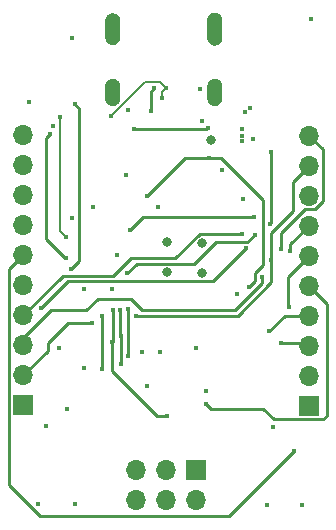
<source format=gbr>
%TF.GenerationSoftware,KiCad,Pcbnew,(6.0.7)*%
%TF.CreationDate,2022-09-02T00:32:44-07:00*%
%TF.ProjectId,HARDWARE_USBC_ISP_Programmer,48415244-5741-4524-955f-555342435f49,rev?*%
%TF.SameCoordinates,Original*%
%TF.FileFunction,Copper,L4,Bot*%
%TF.FilePolarity,Positive*%
%FSLAX46Y46*%
G04 Gerber Fmt 4.6, Leading zero omitted, Abs format (unit mm)*
G04 Created by KiCad (PCBNEW (6.0.7)) date 2022-09-02 00:32:44*
%MOMM*%
%LPD*%
G01*
G04 APERTURE LIST*
%TA.AperFunction,EtchedComponent*%
%ADD10C,0.010000*%
%TD*%
%TA.AperFunction,ComponentPad*%
%ADD11R,1.700000X1.700000*%
%TD*%
%TA.AperFunction,ComponentPad*%
%ADD12O,1.700000X1.700000*%
%TD*%
%TA.AperFunction,ComponentPad*%
%ADD13C,1.200000*%
%TD*%
%TA.AperFunction,ViaPad*%
%ADD14C,0.800000*%
%TD*%
%TA.AperFunction,ViaPad*%
%ADD15C,0.450000*%
%TD*%
%TA.AperFunction,ViaPad*%
%ADD16C,0.400000*%
%TD*%
%TA.AperFunction,Conductor*%
%ADD17C,0.250000*%
%TD*%
%TA.AperFunction,Conductor*%
%ADD18C,0.200000*%
%TD*%
G04 APERTURE END LIST*
%TO.C,J1*%
G36*
X76750000Y-85352000D02*
G01*
X76782000Y-85356000D01*
X76814000Y-85361000D01*
X76846000Y-85368000D01*
X76878000Y-85377000D01*
X76909000Y-85387000D01*
X76939000Y-85399000D01*
X76969000Y-85413000D01*
X76998000Y-85428000D01*
X77026000Y-85445000D01*
X77054000Y-85463000D01*
X77080000Y-85482000D01*
X77105000Y-85503000D01*
X77130000Y-85525000D01*
X77152000Y-85548000D01*
X77174000Y-85573000D01*
X77195000Y-85599000D01*
X77214000Y-85625000D01*
X77231000Y-85653000D01*
X77247000Y-85681000D01*
X77262000Y-85711000D01*
X77275000Y-85741000D01*
X77286000Y-85771000D01*
X77296000Y-85803000D01*
X77304000Y-85834000D01*
X77311000Y-85866000D01*
X77316000Y-85899000D01*
X77319000Y-85931000D01*
X77320000Y-85964000D01*
X77320000Y-87436000D01*
X77319000Y-87469000D01*
X77316000Y-87501000D01*
X77311000Y-87534000D01*
X77304000Y-87566000D01*
X77296000Y-87597000D01*
X77286000Y-87629000D01*
X77275000Y-87659000D01*
X77262000Y-87689000D01*
X77247000Y-87719000D01*
X77231000Y-87747000D01*
X77214000Y-87775000D01*
X77195000Y-87801000D01*
X77174000Y-87827000D01*
X77152000Y-87852000D01*
X77130000Y-87875000D01*
X77105000Y-87897000D01*
X77080000Y-87918000D01*
X77054000Y-87937000D01*
X77026000Y-87955000D01*
X76998000Y-87972000D01*
X76969000Y-87987000D01*
X76939000Y-88001000D01*
X76909000Y-88013000D01*
X76878000Y-88023000D01*
X76846000Y-88032000D01*
X76814000Y-88039000D01*
X76782000Y-88044000D01*
X76750000Y-88048000D01*
X76720000Y-88050000D01*
X76690000Y-88048000D01*
X76658000Y-88044000D01*
X76626000Y-88039000D01*
X76594000Y-88032000D01*
X76562000Y-88023000D01*
X76531000Y-88013000D01*
X76501000Y-88001000D01*
X76471000Y-87987000D01*
X76442000Y-87972000D01*
X76414000Y-87955000D01*
X76386000Y-87937000D01*
X76360000Y-87918000D01*
X76335000Y-87897000D01*
X76310000Y-87875000D01*
X76288000Y-87852000D01*
X76266000Y-87827000D01*
X76245000Y-87801000D01*
X76226000Y-87775000D01*
X76209000Y-87747000D01*
X76193000Y-87719000D01*
X76178000Y-87689000D01*
X76165000Y-87659000D01*
X76154000Y-87629000D01*
X76144000Y-87597000D01*
X76136000Y-87566000D01*
X76129000Y-87534000D01*
X76124000Y-87501000D01*
X76121000Y-87469000D01*
X76120000Y-87436000D01*
X76120000Y-85964000D01*
X76121000Y-85931000D01*
X76124000Y-85899000D01*
X76129000Y-85866000D01*
X76136000Y-85834000D01*
X76144000Y-85803000D01*
X76154000Y-85771000D01*
X76165000Y-85741000D01*
X76178000Y-85711000D01*
X76193000Y-85681000D01*
X76209000Y-85653000D01*
X76226000Y-85625000D01*
X76245000Y-85599000D01*
X76266000Y-85573000D01*
X76288000Y-85548000D01*
X76310000Y-85525000D01*
X76335000Y-85503000D01*
X76360000Y-85482000D01*
X76386000Y-85463000D01*
X76414000Y-85445000D01*
X76442000Y-85428000D01*
X76471000Y-85413000D01*
X76501000Y-85399000D01*
X76531000Y-85387000D01*
X76562000Y-85377000D01*
X76594000Y-85368000D01*
X76626000Y-85361000D01*
X76658000Y-85356000D01*
X76690000Y-85352000D01*
X76720000Y-85350000D01*
X76750000Y-85352000D01*
G37*
D10*
X76750000Y-85352000D02*
X76782000Y-85356000D01*
X76814000Y-85361000D01*
X76846000Y-85368000D01*
X76878000Y-85377000D01*
X76909000Y-85387000D01*
X76939000Y-85399000D01*
X76969000Y-85413000D01*
X76998000Y-85428000D01*
X77026000Y-85445000D01*
X77054000Y-85463000D01*
X77080000Y-85482000D01*
X77105000Y-85503000D01*
X77130000Y-85525000D01*
X77152000Y-85548000D01*
X77174000Y-85573000D01*
X77195000Y-85599000D01*
X77214000Y-85625000D01*
X77231000Y-85653000D01*
X77247000Y-85681000D01*
X77262000Y-85711000D01*
X77275000Y-85741000D01*
X77286000Y-85771000D01*
X77296000Y-85803000D01*
X77304000Y-85834000D01*
X77311000Y-85866000D01*
X77316000Y-85899000D01*
X77319000Y-85931000D01*
X77320000Y-85964000D01*
X77320000Y-87436000D01*
X77319000Y-87469000D01*
X77316000Y-87501000D01*
X77311000Y-87534000D01*
X77304000Y-87566000D01*
X77296000Y-87597000D01*
X77286000Y-87629000D01*
X77275000Y-87659000D01*
X77262000Y-87689000D01*
X77247000Y-87719000D01*
X77231000Y-87747000D01*
X77214000Y-87775000D01*
X77195000Y-87801000D01*
X77174000Y-87827000D01*
X77152000Y-87852000D01*
X77130000Y-87875000D01*
X77105000Y-87897000D01*
X77080000Y-87918000D01*
X77054000Y-87937000D01*
X77026000Y-87955000D01*
X76998000Y-87972000D01*
X76969000Y-87987000D01*
X76939000Y-88001000D01*
X76909000Y-88013000D01*
X76878000Y-88023000D01*
X76846000Y-88032000D01*
X76814000Y-88039000D01*
X76782000Y-88044000D01*
X76750000Y-88048000D01*
X76720000Y-88050000D01*
X76690000Y-88048000D01*
X76658000Y-88044000D01*
X76626000Y-88039000D01*
X76594000Y-88032000D01*
X76562000Y-88023000D01*
X76531000Y-88013000D01*
X76501000Y-88001000D01*
X76471000Y-87987000D01*
X76442000Y-87972000D01*
X76414000Y-87955000D01*
X76386000Y-87937000D01*
X76360000Y-87918000D01*
X76335000Y-87897000D01*
X76310000Y-87875000D01*
X76288000Y-87852000D01*
X76266000Y-87827000D01*
X76245000Y-87801000D01*
X76226000Y-87775000D01*
X76209000Y-87747000D01*
X76193000Y-87719000D01*
X76178000Y-87689000D01*
X76165000Y-87659000D01*
X76154000Y-87629000D01*
X76144000Y-87597000D01*
X76136000Y-87566000D01*
X76129000Y-87534000D01*
X76124000Y-87501000D01*
X76121000Y-87469000D01*
X76120000Y-87436000D01*
X76120000Y-85964000D01*
X76121000Y-85931000D01*
X76124000Y-85899000D01*
X76129000Y-85866000D01*
X76136000Y-85834000D01*
X76144000Y-85803000D01*
X76154000Y-85771000D01*
X76165000Y-85741000D01*
X76178000Y-85711000D01*
X76193000Y-85681000D01*
X76209000Y-85653000D01*
X76226000Y-85625000D01*
X76245000Y-85599000D01*
X76266000Y-85573000D01*
X76288000Y-85548000D01*
X76310000Y-85525000D01*
X76335000Y-85503000D01*
X76360000Y-85482000D01*
X76386000Y-85463000D01*
X76414000Y-85445000D01*
X76442000Y-85428000D01*
X76471000Y-85413000D01*
X76501000Y-85399000D01*
X76531000Y-85387000D01*
X76562000Y-85377000D01*
X76594000Y-85368000D01*
X76626000Y-85361000D01*
X76658000Y-85356000D01*
X76690000Y-85352000D01*
X76720000Y-85350000D01*
X76750000Y-85352000D01*
G36*
X76785000Y-90961000D02*
G01*
X76815000Y-90964000D01*
X76845000Y-90968000D01*
X76874000Y-90974000D01*
X76904000Y-90982000D01*
X76932000Y-90991000D01*
X76961000Y-91001000D01*
X76988000Y-91013000D01*
X77015000Y-91027000D01*
X77041000Y-91042000D01*
X77067000Y-91058000D01*
X77091000Y-91075000D01*
X77115000Y-91094000D01*
X77138000Y-91114000D01*
X77159000Y-91135000D01*
X77179000Y-91157000D01*
X77199000Y-91181000D01*
X77216000Y-91205000D01*
X77233000Y-91230000D01*
X77248000Y-91256000D01*
X77262000Y-91283000D01*
X77275000Y-91310000D01*
X77286000Y-91338000D01*
X77295000Y-91367000D01*
X77303000Y-91396000D01*
X77310000Y-91425000D01*
X77315000Y-91455000D01*
X77318000Y-91485000D01*
X77320000Y-91510000D01*
X77320000Y-92546000D01*
X77319000Y-92579000D01*
X77316000Y-92611000D01*
X77311000Y-92644000D01*
X77304000Y-92676000D01*
X77296000Y-92707000D01*
X77286000Y-92739000D01*
X77275000Y-92769000D01*
X77262000Y-92799000D01*
X77247000Y-92829000D01*
X77231000Y-92857000D01*
X77214000Y-92885000D01*
X77195000Y-92911000D01*
X77174000Y-92937000D01*
X77152000Y-92962000D01*
X77130000Y-92985000D01*
X77105000Y-93007000D01*
X77080000Y-93028000D01*
X77054000Y-93047000D01*
X77026000Y-93065000D01*
X76998000Y-93082000D01*
X76969000Y-93097000D01*
X76939000Y-93111000D01*
X76909000Y-93123000D01*
X76878000Y-93133000D01*
X76846000Y-93142000D01*
X76814000Y-93149000D01*
X76782000Y-93154000D01*
X76750000Y-93158000D01*
X76720000Y-93160000D01*
X76689000Y-93159000D01*
X76657000Y-93157000D01*
X76626000Y-93153000D01*
X76595000Y-93147000D01*
X76565000Y-93140000D01*
X76535000Y-93131000D01*
X76505000Y-93120000D01*
X76476000Y-93108000D01*
X76448000Y-93095000D01*
X76420000Y-93080000D01*
X76393000Y-93063000D01*
X76367000Y-93045000D01*
X76342000Y-93026000D01*
X76319000Y-93006000D01*
X76296000Y-92984000D01*
X76274000Y-92961000D01*
X76254000Y-92938000D01*
X76235000Y-92913000D01*
X76217000Y-92887000D01*
X76200000Y-92860000D01*
X76185000Y-92832000D01*
X76172000Y-92804000D01*
X76160000Y-92775000D01*
X76149000Y-92745000D01*
X76140000Y-92715000D01*
X76133000Y-92685000D01*
X76127000Y-92654000D01*
X76123000Y-92623000D01*
X76121000Y-92591000D01*
X76120000Y-92560000D01*
X76120000Y-91560000D01*
X76121000Y-91529000D01*
X76123000Y-91497000D01*
X76127000Y-91466000D01*
X76133000Y-91435000D01*
X76140000Y-91405000D01*
X76149000Y-91375000D01*
X76160000Y-91345000D01*
X76172000Y-91316000D01*
X76185000Y-91288000D01*
X76200000Y-91260000D01*
X76217000Y-91233000D01*
X76235000Y-91207000D01*
X76254000Y-91182000D01*
X76274000Y-91159000D01*
X76296000Y-91136000D01*
X76319000Y-91114000D01*
X76342000Y-91094000D01*
X76367000Y-91075000D01*
X76393000Y-91057000D01*
X76420000Y-91040000D01*
X76448000Y-91025000D01*
X76476000Y-91012000D01*
X76505000Y-91000000D01*
X76535000Y-90989000D01*
X76565000Y-90980000D01*
X76595000Y-90973000D01*
X76626000Y-90967000D01*
X76657000Y-90963000D01*
X76689000Y-90961000D01*
X76720000Y-90960000D01*
X76755000Y-90960000D01*
X76785000Y-90961000D01*
G37*
X76785000Y-90961000D02*
X76815000Y-90964000D01*
X76845000Y-90968000D01*
X76874000Y-90974000D01*
X76904000Y-90982000D01*
X76932000Y-90991000D01*
X76961000Y-91001000D01*
X76988000Y-91013000D01*
X77015000Y-91027000D01*
X77041000Y-91042000D01*
X77067000Y-91058000D01*
X77091000Y-91075000D01*
X77115000Y-91094000D01*
X77138000Y-91114000D01*
X77159000Y-91135000D01*
X77179000Y-91157000D01*
X77199000Y-91181000D01*
X77216000Y-91205000D01*
X77233000Y-91230000D01*
X77248000Y-91256000D01*
X77262000Y-91283000D01*
X77275000Y-91310000D01*
X77286000Y-91338000D01*
X77295000Y-91367000D01*
X77303000Y-91396000D01*
X77310000Y-91425000D01*
X77315000Y-91455000D01*
X77318000Y-91485000D01*
X77320000Y-91510000D01*
X77320000Y-92546000D01*
X77319000Y-92579000D01*
X77316000Y-92611000D01*
X77311000Y-92644000D01*
X77304000Y-92676000D01*
X77296000Y-92707000D01*
X77286000Y-92739000D01*
X77275000Y-92769000D01*
X77262000Y-92799000D01*
X77247000Y-92829000D01*
X77231000Y-92857000D01*
X77214000Y-92885000D01*
X77195000Y-92911000D01*
X77174000Y-92937000D01*
X77152000Y-92962000D01*
X77130000Y-92985000D01*
X77105000Y-93007000D01*
X77080000Y-93028000D01*
X77054000Y-93047000D01*
X77026000Y-93065000D01*
X76998000Y-93082000D01*
X76969000Y-93097000D01*
X76939000Y-93111000D01*
X76909000Y-93123000D01*
X76878000Y-93133000D01*
X76846000Y-93142000D01*
X76814000Y-93149000D01*
X76782000Y-93154000D01*
X76750000Y-93158000D01*
X76720000Y-93160000D01*
X76689000Y-93159000D01*
X76657000Y-93157000D01*
X76626000Y-93153000D01*
X76595000Y-93147000D01*
X76565000Y-93140000D01*
X76535000Y-93131000D01*
X76505000Y-93120000D01*
X76476000Y-93108000D01*
X76448000Y-93095000D01*
X76420000Y-93080000D01*
X76393000Y-93063000D01*
X76367000Y-93045000D01*
X76342000Y-93026000D01*
X76319000Y-93006000D01*
X76296000Y-92984000D01*
X76274000Y-92961000D01*
X76254000Y-92938000D01*
X76235000Y-92913000D01*
X76217000Y-92887000D01*
X76200000Y-92860000D01*
X76185000Y-92832000D01*
X76172000Y-92804000D01*
X76160000Y-92775000D01*
X76149000Y-92745000D01*
X76140000Y-92715000D01*
X76133000Y-92685000D01*
X76127000Y-92654000D01*
X76123000Y-92623000D01*
X76121000Y-92591000D01*
X76120000Y-92560000D01*
X76120000Y-91560000D01*
X76121000Y-91529000D01*
X76123000Y-91497000D01*
X76127000Y-91466000D01*
X76133000Y-91435000D01*
X76140000Y-91405000D01*
X76149000Y-91375000D01*
X76160000Y-91345000D01*
X76172000Y-91316000D01*
X76185000Y-91288000D01*
X76200000Y-91260000D01*
X76217000Y-91233000D01*
X76235000Y-91207000D01*
X76254000Y-91182000D01*
X76274000Y-91159000D01*
X76296000Y-91136000D01*
X76319000Y-91114000D01*
X76342000Y-91094000D01*
X76367000Y-91075000D01*
X76393000Y-91057000D01*
X76420000Y-91040000D01*
X76448000Y-91025000D01*
X76476000Y-91012000D01*
X76505000Y-91000000D01*
X76535000Y-90989000D01*
X76565000Y-90980000D01*
X76595000Y-90973000D01*
X76626000Y-90967000D01*
X76657000Y-90963000D01*
X76689000Y-90961000D01*
X76720000Y-90960000D01*
X76755000Y-90960000D01*
X76785000Y-90961000D01*
G36*
X68111000Y-90961000D02*
G01*
X68143000Y-90963000D01*
X68174000Y-90967000D01*
X68205000Y-90973000D01*
X68235000Y-90980000D01*
X68265000Y-90989000D01*
X68295000Y-91000000D01*
X68324000Y-91012000D01*
X68352000Y-91025000D01*
X68380000Y-91040000D01*
X68407000Y-91057000D01*
X68433000Y-91075000D01*
X68458000Y-91094000D01*
X68481000Y-91114000D01*
X68504000Y-91136000D01*
X68526000Y-91159000D01*
X68546000Y-91182000D01*
X68565000Y-91207000D01*
X68583000Y-91233000D01*
X68600000Y-91260000D01*
X68615000Y-91288000D01*
X68628000Y-91316000D01*
X68640000Y-91345000D01*
X68651000Y-91375000D01*
X68660000Y-91405000D01*
X68667000Y-91435000D01*
X68673000Y-91466000D01*
X68677000Y-91497000D01*
X68679000Y-91529000D01*
X68680000Y-91560000D01*
X68680000Y-92560000D01*
X68679000Y-92591000D01*
X68677000Y-92623000D01*
X68673000Y-92654000D01*
X68667000Y-92685000D01*
X68660000Y-92715000D01*
X68651000Y-92745000D01*
X68640000Y-92775000D01*
X68628000Y-92804000D01*
X68615000Y-92832000D01*
X68600000Y-92860000D01*
X68583000Y-92887000D01*
X68565000Y-92913000D01*
X68546000Y-92938000D01*
X68526000Y-92961000D01*
X68504000Y-92984000D01*
X68481000Y-93006000D01*
X68458000Y-93026000D01*
X68433000Y-93045000D01*
X68407000Y-93063000D01*
X68380000Y-93080000D01*
X68352000Y-93095000D01*
X68324000Y-93108000D01*
X68295000Y-93120000D01*
X68265000Y-93131000D01*
X68235000Y-93140000D01*
X68205000Y-93147000D01*
X68174000Y-93153000D01*
X68143000Y-93157000D01*
X68111000Y-93159000D01*
X68080000Y-93160000D01*
X68049000Y-93159000D01*
X68017000Y-93157000D01*
X67986000Y-93153000D01*
X67955000Y-93147000D01*
X67925000Y-93140000D01*
X67895000Y-93131000D01*
X67865000Y-93120000D01*
X67836000Y-93108000D01*
X67808000Y-93095000D01*
X67780000Y-93080000D01*
X67753000Y-93063000D01*
X67727000Y-93045000D01*
X67702000Y-93026000D01*
X67679000Y-93006000D01*
X67656000Y-92984000D01*
X67634000Y-92961000D01*
X67614000Y-92938000D01*
X67595000Y-92913000D01*
X67577000Y-92887000D01*
X67560000Y-92860000D01*
X67545000Y-92832000D01*
X67532000Y-92804000D01*
X67520000Y-92775000D01*
X67509000Y-92745000D01*
X67500000Y-92715000D01*
X67493000Y-92685000D01*
X67487000Y-92654000D01*
X67483000Y-92623000D01*
X67481000Y-92591000D01*
X67480000Y-92560000D01*
X67480000Y-91560000D01*
X67481000Y-91529000D01*
X67483000Y-91497000D01*
X67487000Y-91466000D01*
X67493000Y-91435000D01*
X67500000Y-91405000D01*
X67509000Y-91375000D01*
X67520000Y-91345000D01*
X67532000Y-91316000D01*
X67545000Y-91288000D01*
X67560000Y-91260000D01*
X67577000Y-91233000D01*
X67595000Y-91207000D01*
X67614000Y-91182000D01*
X67634000Y-91159000D01*
X67656000Y-91136000D01*
X67679000Y-91114000D01*
X67702000Y-91094000D01*
X67727000Y-91075000D01*
X67753000Y-91057000D01*
X67780000Y-91040000D01*
X67808000Y-91025000D01*
X67836000Y-91012000D01*
X67865000Y-91000000D01*
X67895000Y-90989000D01*
X67925000Y-90980000D01*
X67955000Y-90973000D01*
X67986000Y-90967000D01*
X68017000Y-90963000D01*
X68049000Y-90961000D01*
X68080000Y-90960000D01*
X68111000Y-90961000D01*
G37*
X68111000Y-90961000D02*
X68143000Y-90963000D01*
X68174000Y-90967000D01*
X68205000Y-90973000D01*
X68235000Y-90980000D01*
X68265000Y-90989000D01*
X68295000Y-91000000D01*
X68324000Y-91012000D01*
X68352000Y-91025000D01*
X68380000Y-91040000D01*
X68407000Y-91057000D01*
X68433000Y-91075000D01*
X68458000Y-91094000D01*
X68481000Y-91114000D01*
X68504000Y-91136000D01*
X68526000Y-91159000D01*
X68546000Y-91182000D01*
X68565000Y-91207000D01*
X68583000Y-91233000D01*
X68600000Y-91260000D01*
X68615000Y-91288000D01*
X68628000Y-91316000D01*
X68640000Y-91345000D01*
X68651000Y-91375000D01*
X68660000Y-91405000D01*
X68667000Y-91435000D01*
X68673000Y-91466000D01*
X68677000Y-91497000D01*
X68679000Y-91529000D01*
X68680000Y-91560000D01*
X68680000Y-92560000D01*
X68679000Y-92591000D01*
X68677000Y-92623000D01*
X68673000Y-92654000D01*
X68667000Y-92685000D01*
X68660000Y-92715000D01*
X68651000Y-92745000D01*
X68640000Y-92775000D01*
X68628000Y-92804000D01*
X68615000Y-92832000D01*
X68600000Y-92860000D01*
X68583000Y-92887000D01*
X68565000Y-92913000D01*
X68546000Y-92938000D01*
X68526000Y-92961000D01*
X68504000Y-92984000D01*
X68481000Y-93006000D01*
X68458000Y-93026000D01*
X68433000Y-93045000D01*
X68407000Y-93063000D01*
X68380000Y-93080000D01*
X68352000Y-93095000D01*
X68324000Y-93108000D01*
X68295000Y-93120000D01*
X68265000Y-93131000D01*
X68235000Y-93140000D01*
X68205000Y-93147000D01*
X68174000Y-93153000D01*
X68143000Y-93157000D01*
X68111000Y-93159000D01*
X68080000Y-93160000D01*
X68049000Y-93159000D01*
X68017000Y-93157000D01*
X67986000Y-93153000D01*
X67955000Y-93147000D01*
X67925000Y-93140000D01*
X67895000Y-93131000D01*
X67865000Y-93120000D01*
X67836000Y-93108000D01*
X67808000Y-93095000D01*
X67780000Y-93080000D01*
X67753000Y-93063000D01*
X67727000Y-93045000D01*
X67702000Y-93026000D01*
X67679000Y-93006000D01*
X67656000Y-92984000D01*
X67634000Y-92961000D01*
X67614000Y-92938000D01*
X67595000Y-92913000D01*
X67577000Y-92887000D01*
X67560000Y-92860000D01*
X67545000Y-92832000D01*
X67532000Y-92804000D01*
X67520000Y-92775000D01*
X67509000Y-92745000D01*
X67500000Y-92715000D01*
X67493000Y-92685000D01*
X67487000Y-92654000D01*
X67483000Y-92623000D01*
X67481000Y-92591000D01*
X67480000Y-92560000D01*
X67480000Y-91560000D01*
X67481000Y-91529000D01*
X67483000Y-91497000D01*
X67487000Y-91466000D01*
X67493000Y-91435000D01*
X67500000Y-91405000D01*
X67509000Y-91375000D01*
X67520000Y-91345000D01*
X67532000Y-91316000D01*
X67545000Y-91288000D01*
X67560000Y-91260000D01*
X67577000Y-91233000D01*
X67595000Y-91207000D01*
X67614000Y-91182000D01*
X67634000Y-91159000D01*
X67656000Y-91136000D01*
X67679000Y-91114000D01*
X67702000Y-91094000D01*
X67727000Y-91075000D01*
X67753000Y-91057000D01*
X67780000Y-91040000D01*
X67808000Y-91025000D01*
X67836000Y-91012000D01*
X67865000Y-91000000D01*
X67895000Y-90989000D01*
X67925000Y-90980000D01*
X67955000Y-90973000D01*
X67986000Y-90967000D01*
X68017000Y-90963000D01*
X68049000Y-90961000D01*
X68080000Y-90960000D01*
X68111000Y-90961000D01*
G36*
X68110000Y-85402000D02*
G01*
X68142000Y-85406000D01*
X68174000Y-85411000D01*
X68206000Y-85418000D01*
X68238000Y-85427000D01*
X68269000Y-85437000D01*
X68299000Y-85449000D01*
X68329000Y-85463000D01*
X68358000Y-85478000D01*
X68386000Y-85495000D01*
X68414000Y-85513000D01*
X68440000Y-85532000D01*
X68465000Y-85553000D01*
X68490000Y-85575000D01*
X68512000Y-85598000D01*
X68534000Y-85623000D01*
X68555000Y-85649000D01*
X68574000Y-85675000D01*
X68591000Y-85703000D01*
X68607000Y-85731000D01*
X68622000Y-85761000D01*
X68635000Y-85791000D01*
X68646000Y-85821000D01*
X68656000Y-85853000D01*
X68664000Y-85884000D01*
X68671000Y-85916000D01*
X68676000Y-85949000D01*
X68679000Y-85981000D01*
X68680000Y-86014000D01*
X68680000Y-87386000D01*
X68679000Y-87419000D01*
X68676000Y-87451000D01*
X68671000Y-87484000D01*
X68664000Y-87516000D01*
X68656000Y-87547000D01*
X68646000Y-87579000D01*
X68635000Y-87609000D01*
X68622000Y-87639000D01*
X68607000Y-87669000D01*
X68591000Y-87697000D01*
X68574000Y-87725000D01*
X68555000Y-87751000D01*
X68534000Y-87777000D01*
X68512000Y-87802000D01*
X68490000Y-87825000D01*
X68465000Y-87847000D01*
X68440000Y-87868000D01*
X68414000Y-87887000D01*
X68386000Y-87905000D01*
X68358000Y-87922000D01*
X68329000Y-87937000D01*
X68299000Y-87951000D01*
X68269000Y-87963000D01*
X68238000Y-87973000D01*
X68206000Y-87982000D01*
X68174000Y-87989000D01*
X68142000Y-87994000D01*
X68110000Y-87998000D01*
X68080000Y-88000000D01*
X68050000Y-87998000D01*
X68018000Y-87994000D01*
X67986000Y-87989000D01*
X67954000Y-87982000D01*
X67922000Y-87973000D01*
X67891000Y-87963000D01*
X67861000Y-87951000D01*
X67831000Y-87937000D01*
X67802000Y-87922000D01*
X67774000Y-87905000D01*
X67746000Y-87887000D01*
X67720000Y-87868000D01*
X67695000Y-87847000D01*
X67670000Y-87825000D01*
X67648000Y-87802000D01*
X67626000Y-87777000D01*
X67605000Y-87751000D01*
X67586000Y-87725000D01*
X67569000Y-87697000D01*
X67553000Y-87669000D01*
X67538000Y-87639000D01*
X67525000Y-87609000D01*
X67514000Y-87579000D01*
X67504000Y-87547000D01*
X67496000Y-87516000D01*
X67489000Y-87484000D01*
X67484000Y-87451000D01*
X67481000Y-87419000D01*
X67480000Y-87386000D01*
X67480000Y-86014000D01*
X67481000Y-85981000D01*
X67484000Y-85949000D01*
X67489000Y-85916000D01*
X67496000Y-85884000D01*
X67504000Y-85853000D01*
X67514000Y-85821000D01*
X67525000Y-85791000D01*
X67538000Y-85761000D01*
X67553000Y-85731000D01*
X67569000Y-85703000D01*
X67586000Y-85675000D01*
X67605000Y-85649000D01*
X67626000Y-85623000D01*
X67648000Y-85598000D01*
X67670000Y-85575000D01*
X67695000Y-85553000D01*
X67720000Y-85532000D01*
X67746000Y-85513000D01*
X67774000Y-85495000D01*
X67802000Y-85478000D01*
X67831000Y-85463000D01*
X67861000Y-85449000D01*
X67891000Y-85437000D01*
X67922000Y-85427000D01*
X67954000Y-85418000D01*
X67986000Y-85411000D01*
X68018000Y-85406000D01*
X68050000Y-85402000D01*
X68080000Y-85400000D01*
X68110000Y-85402000D01*
G37*
X68110000Y-85402000D02*
X68142000Y-85406000D01*
X68174000Y-85411000D01*
X68206000Y-85418000D01*
X68238000Y-85427000D01*
X68269000Y-85437000D01*
X68299000Y-85449000D01*
X68329000Y-85463000D01*
X68358000Y-85478000D01*
X68386000Y-85495000D01*
X68414000Y-85513000D01*
X68440000Y-85532000D01*
X68465000Y-85553000D01*
X68490000Y-85575000D01*
X68512000Y-85598000D01*
X68534000Y-85623000D01*
X68555000Y-85649000D01*
X68574000Y-85675000D01*
X68591000Y-85703000D01*
X68607000Y-85731000D01*
X68622000Y-85761000D01*
X68635000Y-85791000D01*
X68646000Y-85821000D01*
X68656000Y-85853000D01*
X68664000Y-85884000D01*
X68671000Y-85916000D01*
X68676000Y-85949000D01*
X68679000Y-85981000D01*
X68680000Y-86014000D01*
X68680000Y-87386000D01*
X68679000Y-87419000D01*
X68676000Y-87451000D01*
X68671000Y-87484000D01*
X68664000Y-87516000D01*
X68656000Y-87547000D01*
X68646000Y-87579000D01*
X68635000Y-87609000D01*
X68622000Y-87639000D01*
X68607000Y-87669000D01*
X68591000Y-87697000D01*
X68574000Y-87725000D01*
X68555000Y-87751000D01*
X68534000Y-87777000D01*
X68512000Y-87802000D01*
X68490000Y-87825000D01*
X68465000Y-87847000D01*
X68440000Y-87868000D01*
X68414000Y-87887000D01*
X68386000Y-87905000D01*
X68358000Y-87922000D01*
X68329000Y-87937000D01*
X68299000Y-87951000D01*
X68269000Y-87963000D01*
X68238000Y-87973000D01*
X68206000Y-87982000D01*
X68174000Y-87989000D01*
X68142000Y-87994000D01*
X68110000Y-87998000D01*
X68080000Y-88000000D01*
X68050000Y-87998000D01*
X68018000Y-87994000D01*
X67986000Y-87989000D01*
X67954000Y-87982000D01*
X67922000Y-87973000D01*
X67891000Y-87963000D01*
X67861000Y-87951000D01*
X67831000Y-87937000D01*
X67802000Y-87922000D01*
X67774000Y-87905000D01*
X67746000Y-87887000D01*
X67720000Y-87868000D01*
X67695000Y-87847000D01*
X67670000Y-87825000D01*
X67648000Y-87802000D01*
X67626000Y-87777000D01*
X67605000Y-87751000D01*
X67586000Y-87725000D01*
X67569000Y-87697000D01*
X67553000Y-87669000D01*
X67538000Y-87639000D01*
X67525000Y-87609000D01*
X67514000Y-87579000D01*
X67504000Y-87547000D01*
X67496000Y-87516000D01*
X67489000Y-87484000D01*
X67484000Y-87451000D01*
X67481000Y-87419000D01*
X67480000Y-87386000D01*
X67480000Y-86014000D01*
X67481000Y-85981000D01*
X67484000Y-85949000D01*
X67489000Y-85916000D01*
X67496000Y-85884000D01*
X67504000Y-85853000D01*
X67514000Y-85821000D01*
X67525000Y-85791000D01*
X67538000Y-85761000D01*
X67553000Y-85731000D01*
X67569000Y-85703000D01*
X67586000Y-85675000D01*
X67605000Y-85649000D01*
X67626000Y-85623000D01*
X67648000Y-85598000D01*
X67670000Y-85575000D01*
X67695000Y-85553000D01*
X67720000Y-85532000D01*
X67746000Y-85513000D01*
X67774000Y-85495000D01*
X67802000Y-85478000D01*
X67831000Y-85463000D01*
X67861000Y-85449000D01*
X67891000Y-85437000D01*
X67922000Y-85427000D01*
X67954000Y-85418000D01*
X67986000Y-85411000D01*
X68018000Y-85406000D01*
X68050000Y-85402000D01*
X68080000Y-85400000D01*
X68110000Y-85402000D01*
%TD*%
D11*
%TO.P,J2,1,Pin_1*%
%TO.N,Net-(J2-Pad1)*%
X75200000Y-124025000D03*
D12*
%TO.P,J2,2,Pin_2*%
%TO.N,+5V*%
X75200000Y-126565000D03*
%TO.P,J2,3,Pin_3*%
%TO.N,Net-(J2-Pad3)*%
X72660000Y-124025000D03*
%TO.P,J2,4,Pin_4*%
%TO.N,Net-(J2-Pad4)*%
X72660000Y-126565000D03*
%TO.P,J2,5,Pin_5*%
%TO.N,Net-(J2-Pad5)*%
X70120000Y-124025000D03*
%TO.P,J2,6,Pin_6*%
%TO.N,GND*%
X70120000Y-126565000D03*
%TD*%
D13*
%TO.P,J1,S1,SHIELD*%
%TO.N,GND*%
X76720000Y-92060000D03*
%TO.P,J1,S2,SHIELD*%
X68080000Y-92060000D03*
%TO.P,J1,S3,SHIELD*%
X76720000Y-86700000D03*
%TO.P,J1,S4,SHIELD*%
X68080000Y-86700000D03*
%TD*%
D11*
%TO.P,J3,1,Pin_1*%
%TO.N,/IO10*%
X60550000Y-118585000D03*
D12*
%TO.P,J3,2,Pin_2*%
%TO.N,/IO11*%
X60550000Y-116045000D03*
%TO.P,J3,3,Pin_3*%
%TO.N,/IO12*%
X60550000Y-113505000D03*
%TO.P,J3,4,Pin_4*%
%TO.N,/IO13*%
X60550000Y-110965000D03*
%TO.P,J3,5,Pin_5*%
%TO.N,/A5*%
X60550000Y-108425000D03*
%TO.P,J3,6,Pin_6*%
%TO.N,/A4*%
X60550000Y-105885000D03*
%TO.P,J3,7,Pin_7*%
%TO.N,/A3*%
X60550000Y-103345000D03*
%TO.P,J3,8,Pin_8*%
%TO.N,/A2*%
X60550000Y-100805000D03*
%TO.P,J3,9,Pin_9*%
%TO.N,/A1*%
X60550000Y-98265000D03*
%TO.P,J3,10,Pin_10*%
%TO.N,/A0*%
X60550000Y-95725000D03*
%TD*%
D11*
%TO.P,J4,1,Pin_1*%
%TO.N,/D0 {slash} RX*%
X84725000Y-118610000D03*
D12*
%TO.P,J4,2,Pin_2*%
%TO.N,/D1 {slash} TX*%
X84725000Y-116070000D03*
%TO.P,J4,3,Pin_3*%
%TO.N,/D2 {slash} SDA*%
X84725000Y-113530000D03*
%TO.P,J4,4,Pin_4*%
%TO.N,/D3 {slash} SCL*%
X84725000Y-110990000D03*
%TO.P,J4,5,Pin_5*%
%TO.N,/D4*%
X84725000Y-108450000D03*
%TO.P,J4,6,Pin_6*%
%TO.N,/D5*%
X84725000Y-105910000D03*
%TO.P,J4,7,Pin_7*%
%TO.N,/D6*%
X84725000Y-103370000D03*
%TO.P,J4,8,Pin_8*%
%TO.N,/D7*%
X84725000Y-100830000D03*
%TO.P,J4,9,Pin_9*%
%TO.N,/IO8*%
X84725000Y-98290000D03*
%TO.P,J4,10,Pin_10*%
%TO.N,/IO9*%
X84725000Y-95750000D03*
%TD*%
D14*
%TO.N,+5V*%
X76400000Y-96150000D03*
D15*
X61750000Y-126925000D03*
X79075000Y-95750000D03*
X68025000Y-108775000D03*
X61050000Y-92900000D03*
X79700000Y-93375000D03*
X63600000Y-113711774D03*
X79175000Y-101100000D03*
X70575000Y-114050000D03*
X66450000Y-101825000D03*
X79287500Y-93787500D03*
X64925000Y-126925000D03*
X79075000Y-96250000D03*
X81650000Y-120425000D03*
X79075000Y-95225000D03*
%TO.N,GND*%
X80025000Y-96075000D03*
X77350000Y-98625000D03*
X84175000Y-127050000D03*
X71913556Y-101836444D03*
X69425000Y-93600000D03*
X69250000Y-99050000D03*
X78675000Y-109150000D03*
X76050000Y-117400000D03*
X75700000Y-94475000D03*
D14*
X72700000Y-107325000D03*
D15*
X63075000Y-94900000D03*
X81200000Y-127050000D03*
X75500000Y-91825000D03*
X70975000Y-116975000D03*
X65725000Y-108725000D03*
X68450000Y-105850000D03*
X65700000Y-115425000D03*
X84875000Y-85900000D03*
X72125000Y-114050000D03*
X64650000Y-87525000D03*
X75174500Y-113727930D03*
X64250000Y-118875000D03*
X64650000Y-102750000D03*
D14*
X75700000Y-104850000D03*
X75700000Y-107350000D03*
X72700000Y-104775000D03*
D15*
X62450000Y-120375000D03*
%TO.N,+5VA*%
X76275000Y-97675000D03*
X79650000Y-108575000D03*
X71000000Y-100875000D03*
%TO.N,/RXLED*%
X69350000Y-107400000D03*
X81525000Y-97150000D03*
X80125000Y-104125000D03*
X81400000Y-103200000D03*
%TO.N,/USB_VBUS*%
X76150000Y-95075000D03*
X69925000Y-95225500D03*
%TO.N,/USB_D+*%
X62825000Y-95575000D03*
X64150000Y-106075000D03*
D16*
%TO.N,/USB_D-*%
X72650000Y-91725000D03*
D15*
X64200000Y-104350000D03*
X68000000Y-94075000D03*
D16*
X72300000Y-92600000D03*
D15*
X63625000Y-94175500D03*
%TO.N,/CC2*%
X71325000Y-93650000D03*
D16*
X71650000Y-91725000D03*
D15*
%TO.N,/IO10*%
X79400000Y-105275500D03*
X62050000Y-110350000D03*
%TO.N,/IO11*%
X66325000Y-111600000D03*
%TO.N,/IO12*%
X80775000Y-107750000D03*
%TO.N,/IO13*%
X79100000Y-104050000D03*
%TO.N,/A4*%
X83500000Y-122450000D03*
%TO.N,/D2 {slash} SDA*%
X82350500Y-113350000D03*
%TO.N,/D3 {slash} SCL*%
X81337548Y-112312452D03*
%TO.N,/D4*%
X76025000Y-118475000D03*
%TO.N,/D5*%
X83000000Y-110300000D03*
%TO.N,/D6*%
X83125000Y-105500000D03*
%TO.N,/D7*%
X80050000Y-102650000D03*
X69550000Y-103775000D03*
%TO.N,/IO8*%
X67175000Y-111025000D03*
X67175000Y-115475000D03*
X70075000Y-111025000D03*
X81523944Y-106275500D03*
%TO.N,/IO9*%
X82400000Y-105374500D03*
%TO.N,/NRESET*%
X64600000Y-107050000D03*
X64900000Y-93100000D03*
%TO.N,/MISO*%
X69400000Y-110450000D03*
X69425000Y-114450000D03*
%TO.N,/SCK*%
X72750000Y-119475000D03*
X68063226Y-113236774D03*
X68100000Y-110475000D03*
%TO.N,/MOSI*%
X68749503Y-110475000D03*
X68775000Y-115086274D03*
X68775000Y-112699500D03*
%TD*%
D17*
%TO.N,+5VA*%
X80150000Y-108075000D02*
X80150000Y-107375000D01*
X77300000Y-97675000D02*
X76275000Y-97675000D01*
X79650000Y-108575000D02*
X80150000Y-108075000D01*
X80800000Y-101175000D02*
X77300000Y-97675000D01*
X80800000Y-106725000D02*
X80800000Y-101175000D01*
X76275000Y-97675000D02*
X74200000Y-97675000D01*
X80150000Y-107375000D02*
X80800000Y-106725000D01*
X74200000Y-97675000D02*
X71000000Y-100875000D01*
%TO.N,/RXLED*%
X76849805Y-104725500D02*
X74975305Y-106600000D01*
X74975305Y-106600000D02*
X70150000Y-106600000D01*
X70150000Y-106600000D02*
X69350000Y-107400000D01*
X81525000Y-97150000D02*
X81525000Y-103075000D01*
X81525000Y-103075000D02*
X81400000Y-103200000D01*
X80125000Y-104125000D02*
X79524500Y-104725500D01*
X79524500Y-104725500D02*
X76849805Y-104725500D01*
%TO.N,/USB_VBUS*%
X75999500Y-95225500D02*
X76150000Y-95075000D01*
X69925000Y-95225500D02*
X75999500Y-95225500D01*
%TO.N,/USB_D+*%
X62475000Y-104500000D02*
X64050000Y-106075000D01*
X64050000Y-106075000D02*
X64150000Y-106075000D01*
X62475000Y-95925000D02*
X62825000Y-95575000D01*
X62475000Y-104500000D02*
X62475000Y-95925000D01*
D18*
%TO.N,/USB_D-*%
X63625000Y-103800000D02*
X64175000Y-104350000D01*
X63625000Y-94250000D02*
X63625000Y-103800000D01*
X72650000Y-91725000D02*
X72300000Y-92075000D01*
X72650000Y-91725000D02*
X72150000Y-91225000D01*
X70850000Y-91225000D02*
X68000000Y-94075000D01*
X72300000Y-92075000D02*
X72300000Y-92600000D01*
X63625000Y-94175500D02*
X63625000Y-94250000D01*
X72150000Y-91225000D02*
X70850000Y-91225000D01*
D17*
%TO.N,/CC2*%
X71325000Y-93650000D02*
X71325000Y-92050000D01*
X71325000Y-92050000D02*
X71650000Y-91725000D01*
%TO.N,/IO10*%
X64425000Y-108075000D02*
X64325000Y-108075000D01*
X64325000Y-108075000D02*
X62050000Y-110350000D01*
X76600500Y-108075000D02*
X64425000Y-108075000D01*
X79400000Y-105275500D02*
X76600500Y-108075000D01*
%TO.N,/IO11*%
X62599500Y-113995500D02*
X60550000Y-116045000D01*
X62599500Y-113325000D02*
X62599500Y-113995500D01*
X66325000Y-111600000D02*
X64324500Y-111600000D01*
X64324500Y-111600000D02*
X62599500Y-113325000D01*
%TO.N,/IO12*%
X78452818Y-110550000D02*
X70625000Y-110550000D01*
X62900000Y-110550000D02*
X60550000Y-112900000D01*
X80775000Y-107750000D02*
X80775000Y-108227818D01*
X69650000Y-109575000D02*
X66861396Y-109575000D01*
X60550000Y-112900000D02*
X60550000Y-113505000D01*
X65886396Y-110550000D02*
X62900000Y-110550000D01*
X70625000Y-110550000D02*
X69650000Y-109575000D01*
X80775000Y-108227818D02*
X78452818Y-110550000D01*
X66861396Y-109575000D02*
X65886396Y-110550000D01*
%TO.N,/IO13*%
X68175000Y-107625000D02*
X63890000Y-107625000D01*
X73374695Y-106150000D02*
X69650000Y-106150000D01*
X79100000Y-104050000D02*
X75474695Y-104050000D01*
X69650000Y-106150000D02*
X68175000Y-107625000D01*
X63890000Y-107625000D02*
X60550000Y-110965000D01*
X75474695Y-104050000D02*
X73374695Y-106150000D01*
%TO.N,/A4*%
X59375000Y-107060000D02*
X59375000Y-125327818D01*
X60550000Y-105885000D02*
X59375000Y-107060000D01*
X59375000Y-125327818D02*
X61997182Y-127950000D01*
X75950000Y-127950000D02*
X78000000Y-127950000D01*
X61997182Y-127950000D02*
X75950000Y-127950000D01*
X78000000Y-127950000D02*
X83500000Y-122450000D01*
%TO.N,/D2 {slash} SDA*%
X84545000Y-113350000D02*
X84725000Y-113530000D01*
X82350500Y-113350000D02*
X84545000Y-113350000D01*
%TO.N,/D3 {slash} SCL*%
X82660000Y-110990000D02*
X84725000Y-110990000D01*
X81337548Y-112312452D02*
X82660000Y-110990000D01*
%TO.N,/D4*%
X84725000Y-108450000D02*
X86270022Y-109995022D01*
X86270022Y-119455001D02*
X85940023Y-119785000D01*
X80850000Y-118900000D02*
X76450000Y-118900000D01*
X76450000Y-118900000D02*
X76025000Y-118475000D01*
X81735000Y-119785000D02*
X80850000Y-118900000D01*
X85940023Y-119785000D02*
X81735000Y-119785000D01*
X86270022Y-109995022D02*
X86270022Y-119455001D01*
%TO.N,/D5*%
X82950000Y-110250000D02*
X83000000Y-110300000D01*
X82950000Y-107685000D02*
X82950000Y-110250000D01*
X84725000Y-105910000D02*
X82950000Y-107685000D01*
%TO.N,/D6*%
X83125000Y-105500000D02*
X83125000Y-104970000D01*
X83125000Y-104970000D02*
X84725000Y-103370000D01*
%TO.N,/D7*%
X70675000Y-102650000D02*
X69550000Y-103775000D01*
X80050000Y-102650000D02*
X70675000Y-102650000D01*
%TO.N,/IO8*%
X70100000Y-111000000D02*
X70075000Y-111025000D01*
X67175000Y-115475000D02*
X67175000Y-111025000D01*
X78700000Y-111000000D02*
X71125000Y-111000000D01*
X81523944Y-106275500D02*
X81523944Y-108176056D01*
X81523944Y-103976056D02*
X83350000Y-102150000D01*
X81523944Y-108176056D02*
X78700000Y-111000000D01*
X83350000Y-99665000D02*
X84725000Y-98290000D01*
X71125000Y-111000000D02*
X70100000Y-111000000D01*
X83350000Y-102150000D02*
X83350000Y-99665000D01*
X81523944Y-106275500D02*
X81523944Y-103976056D01*
%TO.N,/IO9*%
X85211701Y-102005000D02*
X85900000Y-101316701D01*
X82400000Y-104033299D02*
X84428299Y-102005000D01*
X85900000Y-96925000D02*
X84725000Y-95750000D01*
X85900000Y-101316701D02*
X85900000Y-96925000D01*
X84428299Y-102005000D02*
X85211701Y-102005000D01*
X82400000Y-105374500D02*
X82400000Y-104033299D01*
%TO.N,/NRESET*%
X65273591Y-106376409D02*
X64600000Y-107050000D01*
X64900000Y-93100000D02*
X65273591Y-93473591D01*
X65273591Y-93473591D02*
X65273591Y-106376409D01*
%TO.N,/MISO*%
X69400000Y-114425000D02*
X69425000Y-114450000D01*
X69400000Y-110450000D02*
X69400000Y-114425000D01*
%TO.N,/SCK*%
X68063226Y-113236774D02*
X68063226Y-115713226D01*
X68063226Y-115713226D02*
X71825000Y-119475000D01*
X68100000Y-110475000D02*
X68100000Y-113200000D01*
X71825000Y-119475000D02*
X72750000Y-119475000D01*
X68100000Y-113200000D02*
X68063226Y-113236774D01*
%TO.N,/MOSI*%
X68775000Y-115086274D02*
X68775000Y-112699500D01*
X68749503Y-110475000D02*
X68749503Y-112674003D01*
X68749503Y-112674003D02*
X68775000Y-112699500D01*
%TD*%
M02*

</source>
